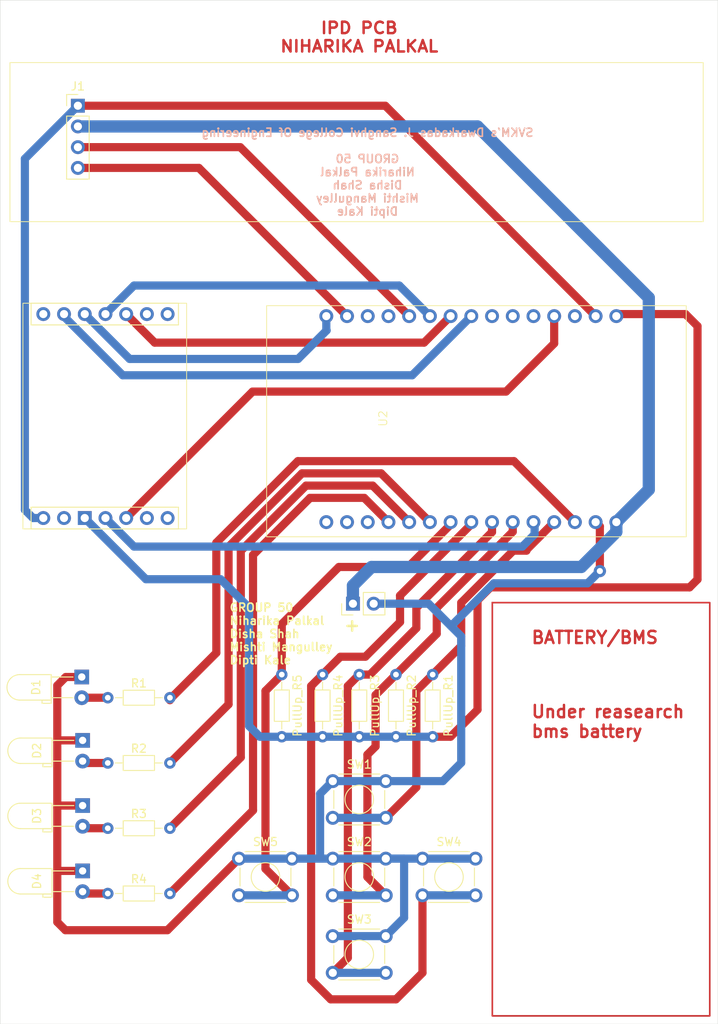
<source format=kicad_pcb>
(kicad_pcb (version 20241229) (generator "pcbnew") (generator_version "9.0")
  (title_block (title "IPD PCB") (date "2025-11-10"))
  (layers (0 "F.Cu" signal) (2 "B.Cu" signal) (13 "F.Paste" user) (15 "B.Paste" user) (5 "F.SilkS" user "F.Silkscreen") (7 "B.SilkS" user "B.Silkscreen") (1 "F.Mask" user) (3 "B.Mask" user) (25 "Edge.Cuts" user))
  (net 0 "")
  (net 3 "GND")
  (net 4 "SCL")
  (net 5 "SDA")
  (net 6 "5V")
  (net 8 "B1")
  (net 9 "B2")
  (net 12 "B3")
  (net 14 "B4")
  (net 15 "B5")
  (net 16 "MISO")
  (net 17 "NSS")
  (net 18 "RST")
  (net 19 "MOSI")
  (net 20 "3V3")
  (net 21 "DIO0")
  (net 22 "SCK")
  (net 23 "Net-(D1-A)")
  (net 27 "Net-(D2-A)")
  (net 32 "Net-(D3-A)")
  (net 33 "Net-(D4-A)")
  (net 36 "GND2")
  (net 37 "D34")
  (net 38 "D35")
  (net 39 "D32")
  (net 40 "D13")
  (footprint "LED_THT:LED_D3.0mm_Horizontal_O3.81mm_Z2.0mm" (layer "F.Cu") (at 106.105 134.22 -90)
    (property "Reference" "D3" (at 1.27 5.605 90) (layer "F.SilkS"))
    (property "Value" "LED")
    (fp_line (start 2.83 4.87) (end 2.83 3.75) (stroke (width 0.12)) (layer "F.SilkS"))
    (fp_line (start 3.23 4.87) (end 2.83 4.87) (stroke (width 0.12)) (layer "F.SilkS"))
    (fp_line (start -0.29 3.75) (end -0.29 7.61) (stroke (width 0.12)) (layer "F.SilkS"))
    (fp_line (start -0.29 3.75) (end 2.83 3.75) (stroke (width 0.12)) (layer "F.SilkS"))
    (fp_line (start 0 3.75) (end 0 1.08) (stroke (width 0.12)) (layer "F.SilkS"))
    (fp_line (start 2.54 3.75) (end 2.54 1.08) (stroke (width 0.12)) (layer "F.SilkS"))
    (fp_line (start 2.83 3.75) (end 2.83 7.61) (stroke (width 0.12)) (layer "F.SilkS"))
    (fp_line (start 2.83 3.75) (end 3.23 3.75) (stroke (width 0.12)) (layer "F.SilkS"))
    (fp_line (start 3.23 3.75) (end 3.23 4.87) (stroke (width 0.12)) (layer "F.SilkS"))
    (fp_line (start 0 1.08) (end 0 3.75) (stroke (width 0.12)) (layer "F.SilkS"))
    (fp_line (start 2.54 1.08) (end 2.54 3.75) (stroke (width 0.12)) (layer "F.SilkS"))
    (fp_arc (start 2.83 7.61) (mid 1.27 9.17) (end -0.29 7.61) (stroke (width 0.12)) (layer "F.SilkS"))
    (pad "1" thru_hole rect (at 0 0 270) (size 1.8 1.8) (drill 0.9) (layers "*.Cu" "*.Mask") (net 3 "GND"))
    (pad "2" thru_hole circle (at 2.54 0 270) (size 1.8 1.8) (drill 0.9) (layers "*.Cu" "*.Mask") (net 32 "Net-(D3-A)"))
  )
  (footprint "Button_Switch_THT:SW_TH_Tactile_Omron_B3F-100x" (layer "F.Cu") (at 136.7755 150.2245)
    (property "Reference" "SW3" (at 3.25 -2.05 0) (layer "F.SilkS"))
    (property "Value" "SW_SPST" (hide yes))
    (fp_line (start 0.13 3.35) (end 0.13 1.15) (stroke (width 0.12)) (layer "F.SilkS"))
    (fp_line (start 0.75 -0.87) (end 5.75 -0.87) (stroke (width 0.12)) (layer "F.SilkS"))
    (fp_line (start 0.75 5.37) (end 5.75 5.37) (stroke (width 0.12)) (layer "F.SilkS"))
    (fp_line (start 6.37 1.15) (end 6.37 3.35) (stroke (width 0.12)) (layer "F.SilkS"))
    (fp_circle (center 3.25 2.25) (end 5 2.25) (stroke (width 0.12)) (fill no) (layer "F.SilkS"))
    (pad "1" thru_hole circle (at 0 0) (size 1.7 1.7) (drill 1) (layers "*.Cu" "*.Mask") (net 3 "GND"))
    (pad "1" thru_hole circle (at 6.5 0) (size 1.7 1.7) (drill 1) (layers "*.Cu" "*.Mask") (net 3 "GND"))
    (pad "2" thru_hole circle (at 0 4.5) (size 1.7 1.7) (drill 1) (layers "*.Cu" "*.Mask") (net 12 "B3"))
    (pad "2" thru_hole circle (at 6.5 4.5) (size 1.7 1.7) (drill 1) (layers "*.Cu" "*.Mask") (net 12 "B3"))
  )
  (footprint "Resistor_THT:R_Axial_DIN0204_L3.6mm_D1.6mm_P7.62mm_Horizontal" (layer "F.Cu") (at 140.0255 118.1645 -90)
    (property "Reference" "PullUp_R3" (at 3.81 -1.92 90) (layer "F.SilkS"))
    (property "Value" "100K" (hide yes))
    (fp_line (start 0.94 0) (end 1.89 0) (stroke (width 0.12)) (layer "F.SilkS"))
    (fp_line (start 6.68 0) (end 5.73 0) (stroke (width 0.12)) (layer "F.SilkS"))
    (fp_rect (start 1.89 -0.92) (end 5.73 0.92) (stroke (width 0.12)) (fill no) (layer "F.SilkS"))
    (pad "1" thru_hole circle (at 0 0 270) (size 1.4 1.4) (drill 0.7) (layers "*.Cu" "*.Mask") (net 12 "B3"))
    (pad "2" thru_hole circle (at 7.62 0 270) (size 1.4 1.4) (drill 0.7) (layers "*.Cu" "*.Mask") (net 20 "3V3"))
  )
  (footprint "Resistor_THT:R_Axial_DIN0204_L3.6mm_D1.6mm_P7.62mm_Horizontal" (layer "F.Cu") (at 135.5255 118.1645 -90)
    (property "Reference" "PullUp_R4" (at 3.81 -1.92 90) (layer "F.SilkS"))
    (property "Value" "100K" (hide yes))
    (fp_line (start 0.94 0) (end 1.89 0) (stroke (width 0.12)) (layer "F.SilkS"))
    (fp_line (start 6.68 0) (end 5.73 0) (stroke (width 0.12)) (layer "F.SilkS"))
    (fp_rect (start 1.89 -0.92) (end 5.73 0.92) (stroke (width 0.12)) (fill no) (layer "F.SilkS"))
    (pad "1" thru_hole circle (at 0 0 270) (size 1.4 1.4) (drill 0.7) (layers "*.Cu" "*.Mask") (net 14 "B4"))
    (pad "2" thru_hole circle (at 7.62 0 270) (size 1.4 1.4) (drill 0.7) (layers "*.Cu" "*.Mask") (net 20 "3V3"))
  )
  (footprint "Resistor_THT:R_Axial_DIN0204_L3.6mm_D1.6mm_P7.62mm_Horizontal" (layer "F.Cu") (at 109.19 137)
    (property "Reference" "R3" (at 3.81 -1.77 0) (layer "F.SilkS"))
    (property "Value" "220")
    (fp_line (start 0.94 0) (end 1.89 0) (stroke (width 0.12)) (layer "F.SilkS"))
    (fp_line (start 6.68 0) (end 5.73 0) (stroke (width 0.12)) (layer "F.SilkS"))
    (fp_rect (start 1.89 -0.92) (end 5.73 0.92) (stroke (width 0.12)) (fill no) (layer "F.SilkS"))
    (pad "1" thru_hole circle (at 0 0) (size 1.4 1.4) (drill 0.7) (layers "*.Cu" "*.Mask") (net 32 "Net-(D3-A)"))
    (pad "2" thru_hole circle (at 7.62 0) (size 1.4 1.4) (drill 0.7) (layers "*.Cu" "*.Mask") (net 38 "D35"))
  )
  (footprint "Button_Switch_THT:SW_TH_Tactile_Omron_B3F-100x" (layer "F.Cu") (at 136.7755 140.7245)
    (property "Reference" "SW2" (at 3.25 -2.05 0) (layer "F.SilkS"))
    (property "Value" "SW_SPST" (hide yes))
    (fp_line (start 0.13 3.35) (end 0.13 1.15) (stroke (width 0.12)) (layer "F.SilkS"))
    (fp_line (start 0.75 -0.87) (end 5.75 -0.87) (stroke (width 0.12)) (layer "F.SilkS"))
    (fp_line (start 0.75 5.37) (end 5.75 5.37) (stroke (width 0.12)) (layer "F.SilkS"))
    (fp_line (start 6.37 1.15) (end 6.37 3.35) (stroke (width 0.12)) (layer "F.SilkS"))
    (fp_circle (center 3.25 2.25) (end 5 2.25) (stroke (width 0.12)) (fill no) (layer "F.SilkS"))
    (pad "1" thru_hole circle (at 0 0) (size 1.7 1.7) (drill 1) (layers "*.Cu" "*.Mask") (net 3 "GND"))
    (pad "1" thru_hole circle (at 6.5 0) (size 1.7 1.7) (drill 1) (layers "*.Cu" "*.Mask") (net 3 "GND"))
    (pad "2" thru_hole circle (at 0 4.5) (size 1.7 1.7) (drill 1) (layers "*.Cu" "*.Mask") (net 9 "B2"))
    (pad "2" thru_hole circle (at 6.5 4.5) (size 1.7 1.7) (drill 1) (layers "*.Cu" "*.Mask") (net 9 "B2"))
  )
  (footprint "esp32devkitv1:ESP32DEVIKITV1" (layer "F.Cu") (at 135.9855 99.4745)
    (property "Reference" "U2" (at 6.96 -12.7 90) (layer "F.SilkS") (effects (font (thickness 0.1))))
    (property "Value" "~")
    (fp_rect (start -7.32 -26.53) (end 44.13 1.8) (stroke (width 0.1)) (fill no) (layer "F.SilkS"))
    (pad "1" thru_hole circle (at 0 0) (size 1.7 1.7) (drill 1) (layers "*.Cu" "*.Mask"))
    (pad "2" thru_hole circle (at 2.54 0) (size 1.7 1.7) (drill 1) (layers "*.Cu" "*.Mask"))
    (pad "3" thru_hole circle (at 5.08 0) (size 1.7 1.7) (drill 1) (layers "*.Cu" "*.Mask"))
    (pad "4" thru_hole circle (at 7.62 0) (size 1.7 1.7) (drill 1) (layers "*.Cu" "*.Mask") (net 37 "D34"))
    (pad "5" thru_hole circle (at 10.16 0) (size 1.7 1.7) (drill 1) (layers "*.Cu" "*.Mask") (net 38 "D35"))
    (pad "6" thru_hole circle (at 12.7 0) (size 1.7 1.7) (drill 1) (layers "*.Cu" "*.Mask") (net 39 "D32"))
    (pad "7" thru_hole circle (at 15.24 0) (size 1.7 1.7) (drill 1) (layers "*.Cu" "*.Mask") (net 15 "B5"))
    (pad "8" thru_hole circle (at 17.78 0) (size 1.7 1.7) (drill 1) (layers "*.Cu" "*.Mask") (net 14 "B4"))
    (pad "9" thru_hole circle (at 20.32 0) (size 1.7 1.7) (drill 1) (layers "*.Cu" "*.Mask") (net 12 "B3"))
    (pad "10" thru_hole circle (at 22.86 0) (size 1.7 1.7) (drill 1) (layers "*.Cu" "*.Mask") (net 9 "B2"))
    (pad "11" thru_hole circle (at 25.4 0) (size 1.7 1.7) (drill 1) (layers "*.Cu" "*.Mask") (net 18 "RST"))
    (pad "12" thru_hole circle (at 27.94 0) (size 1.7 1.7) (drill 1) (layers "*.Cu" "*.Mask") (net 8 "B1"))
    (pad "13" thru_hole circle (at 30.48 0) (size 1.7 1.7) (drill 1) (layers "*.Cu" "*.Mask") (net 40 "D13"))
    (pad "14" thru_hole circle (at 33.02 0) (size 1.7 1.7) (drill 1) (layers "*.Cu" "*.Mask") (net 3 "GND"))
    (pad "15" thru_hole circle (at 35.56 0) (size 1.7 1.7) (drill 1) (layers "*.Cu" "*.Mask") (net 6 "5V"))
    (pad "16" thru_hole circle (at 35.56 -25.25) (size 1.7 1.7) (drill 1) (layers "*.Cu" "*.Mask") (net 20 "3V3"))
    (pad "17" thru_hole circle (at 33.02 -25.25) (size 1.7 1.7) (drill 1) (layers "*.Cu" "*.Mask") (net 36 "GND2"))
    (pad "18" thru_hole circle (at 30.48 -25.25) (size 1.7 1.7) (drill 1) (layers "*.Cu" "*.Mask"))
    (pad "19" thru_hole circle (at 27.94 -25.25) (size 1.7 1.7) (drill 1) (layers "*.Cu" "*.Mask") (net 21 "DIO0"))
    (pad "20" thru_hole circle (at 25.4 -25.25) (size 1.7 1.7) (drill 1) (layers "*.Cu" "*.Mask"))
    (pad "21" thru_hole circle (at 22.86 -25.25) (size 1.7 1.7) (drill 1) (layers "*.Cu" "*.Mask"))
    (pad "22" thru_hole circle (at 20.32 -25.25) (size 1.7 1.7) (drill 1) (layers "*.Cu" "*.Mask"))
    (pad "23" thru_hole circle (at 17.78 -25.25) (size 1.7 1.7) (drill 1) (layers "*.Cu" "*.Mask") (net 17 "NSS"))
    (pad "24" thru_hole circle (at 15.24 -25.25) (size 1.7 1.7) (drill 1) (layers "*.Cu" "*.Mask") (net 22 "SCK"))
    (pad "25" thru_hole circle (at 12.7 -25.25) (size 1.7 1.7) (drill 1) (layers "*.Cu" "*.Mask") (net 16 "MISO"))
    (pad "26" thru_hole circle (at 10.16 -25.25) (size 1.7 1.7) (drill 1) (layers "*.Cu" "*.Mask") (net 5 "SDA"))
    (pad "27" thru_hole circle (at 7.62 -25.25) (size 1.7 1.7) (drill 1) (layers "*.Cu" "*.Mask"))
    (pad "28" thru_hole circle (at 5.08 -25.25) (size 1.7 1.7) (drill 1) (layers "*.Cu" "*.Mask"))
    (pad "29" thru_hole circle (at 2.54 -25.25) (size 1.7 1.7) (drill 1) (layers "*.Cu" "*.Mask") (net 4 "SCL"))
    (pad "30" thru_hole circle (at 0 -25.25) (size 1.7 1.7) (drill 1) (layers "*.Cu" "*.Mask") (net 19 "MOSI"))
  )
  (footprint "Resistor_THT:R_Axial_DIN0204_L3.6mm_D1.6mm_P7.62mm_Horizontal" (layer "F.Cu") (at 109.19 121)
    (property "Reference" "R1" (at 3.81 -1.77 0) (layer "F.SilkS"))
    (property "Value" "220")
    (fp_line (start 0.94 0) (end 1.89 0) (stroke (width 0.12)) (layer "F.SilkS"))
    (fp_line (start 6.68 0) (end 5.73 0) (stroke (width 0.12)) (layer "F.SilkS"))
    (fp_rect (start 1.89 -0.92) (end 5.73 0.92) (stroke (width 0.12)) (fill no) (layer "F.SilkS"))
    (pad "1" thru_hole circle (at 0 0) (size 1.4 1.4) (drill 0.7) (layers "*.Cu" "*.Mask") (net 23 "Net-(D1-A)"))
    (pad "2" thru_hole circle (at 7.62 0) (size 1.4 1.4) (drill 0.7) (layers "*.Cu" "*.Mask") (net 40 "D13"))
  )
  (footprint "LED_THT:LED_D3.0mm_Horizontal_O3.81mm_Z2.0mm" (layer "F.Cu") (at 106.105 142.23 -90)
    (property "Reference" "D4" (at 1.27 5.605 90) (layer "F.SilkS"))
    (property "Value" "LED")
    (fp_line (start 2.83 4.87) (end 2.83 3.75) (stroke (width 0.12)) (layer "F.SilkS"))
    (fp_line (start 3.23 4.87) (end 2.83 4.87) (stroke (width 0.12)) (layer "F.SilkS"))
    (fp_line (start -0.29 3.75) (end -0.29 7.61) (stroke (width 0.12)) (layer "F.SilkS"))
    (fp_line (start -0.29 3.75) (end 2.83 3.75) (stroke (width 0.12)) (layer "F.SilkS"))
    (fp_line (start 0 3.75) (end 0 1.08) (stroke (width 0.12)) (layer "F.SilkS"))
    (fp_line (start 2.54 3.75) (end 2.54 1.08) (stroke (width 0.12)) (layer "F.SilkS"))
    (fp_line (start 2.83 3.75) (end 2.83 7.61) (stroke (width 0.12)) (layer "F.SilkS"))
    (fp_line (start 2.83 3.75) (end 3.23 3.75) (stroke (width 0.12)) (layer "F.SilkS"))
    (fp_line (start 3.23 3.75) (end 3.23 4.87) (stroke (width 0.12)) (layer "F.SilkS"))
    (fp_line (start 0 1.08) (end 0 3.75) (stroke (width 0.12)) (layer "F.SilkS"))
    (fp_line (start 2.54 1.08) (end 2.54 3.75) (stroke (width 0.12)) (layer "F.SilkS"))
    (fp_arc (start 2.83 7.61) (mid 1.27 9.17) (end -0.29 7.61) (stroke (width 0.12)) (layer "F.SilkS"))
    (pad "1" thru_hole rect (at 0 0 270) (size 1.8 1.8) (drill 0.9) (layers "*.Cu" "*.Mask") (net 3 "GND"))
    (pad "2" thru_hole circle (at 2.54 0 270) (size 1.8 1.8) (drill 0.9) (layers "*.Cu" "*.Mask") (net 33 "Net-(D4-A)"))
  )
  (footprint "LED_THT:LED_D3.0mm_Horizontal_O3.81mm_Z2.0mm" (layer "F.Cu") (at 106.105 126.23 -90)
    (property "Reference" "D2" (at 1.27 5.605 90) (layer "F.SilkS"))
    (property "Value" "LED")
    (fp_line (start 2.83 4.87) (end 2.83 3.75) (stroke (width 0.12)) (layer "F.SilkS"))
    (fp_line (start 3.23 4.87) (end 2.83 4.87) (stroke (width 0.12)) (layer "F.SilkS"))
    (fp_line (start -0.29 3.75) (end -0.29 7.61) (stroke (width 0.12)) (layer "F.SilkS"))
    (fp_line (start -0.29 3.75) (end 2.83 3.75) (stroke (width 0.12)) (layer "F.SilkS"))
    (fp_line (start 0 3.75) (end 0 1.08) (stroke (width 0.12)) (layer "F.SilkS"))
    (fp_line (start 2.54 3.75) (end 2.54 1.08) (stroke (width 0.12)) (layer "F.SilkS"))
    (fp_line (start 2.83 3.75) (end 2.83 7.61) (stroke (width 0.12)) (layer "F.SilkS"))
    (fp_line (start 2.83 3.75) (end 3.23 3.75) (stroke (width 0.12)) (layer "F.SilkS"))
    (fp_line (start 3.23 3.75) (end 3.23 4.87) (stroke (width 0.12)) (layer "F.SilkS"))
    (fp_line (start 0 1.08) (end 0 3.75) (stroke (width 0.12)) (layer "F.SilkS"))
    (fp_line (start 2.54 1.08) (end 2.54 3.75) (stroke (width 0.12)) (layer "F.SilkS"))
    (fp_arc (start 2.83 7.61) (mid 1.27 9.17) (end -0.29 7.61) (stroke (width 0.12)) (layer "F.SilkS"))
    (pad "1" thru_hole rect (at 0 0 270) (size 1.8 1.8) (drill 0.9) (layers "*.Cu" "*.Mask") (net 3 "GND"))
    (pad "2" thru_hole circle (at 2.54 0 270) (size 1.8 1.8) (drill 0.9) (layers "*.Cu" "*.Mask") (net 27 "Net-(D2-A)"))
  )
  (footprint "Resistor_THT:R_Axial_DIN0204_L3.6mm_D1.6mm_P7.62mm_Horizontal" (layer "F.Cu") (at 144.5255 118.1645 -90)
    (property "Reference" "PullUp_R2" (at 3.81 -1.92 90) (layer "F.SilkS"))
    (property "Value" "100K" (hide yes))
    (fp_line (start 0.94 0) (end 1.89 0) (stroke (width 0.12)) (layer "F.SilkS"))
    (fp_line (start 6.68 0) (end 5.73 0) (stroke (width 0.12)) (layer "F.SilkS"))
    (fp_rect (start 1.89 -0.92) (end 5.73 0.92) (stroke (width 0.12)) (fill no) (layer "F.SilkS"))
    (pad "1" thru_hole circle (at 0 0 270) (size 1.4 1.4) (drill 0.7) (layers "*.Cu" "*.Mask") (net 9 "B2"))
    (pad "2" thru_hole circle (at 7.62 0 270) (size 1.4 1.4) (drill 0.7) (layers "*.Cu" "*.Mask") (net 20 "3V3"))
  )
  (footprint "Resistor_THT:R_Axial_DIN0204_L3.6mm_D1.6mm_P7.62mm_Horizontal" (layer "F.Cu") (at 109.19 129)
    (property "Reference" "R2" (at 3.81 -1.77 0) (layer "F.SilkS"))
    (property "Value" "220")
    (fp_line (start 0.94 0) (end 1.89 0) (stroke (width 0.12)) (layer "F.SilkS"))
    (fp_line (start 6.68 0) (end 5.73 0) (stroke (width 0.12)) (layer "F.SilkS"))
    (fp_rect (start 1.89 -0.92) (end 5.73 0.92) (stroke (width 0.12)) (fill no) (layer "F.SilkS"))
    (pad "1" thru_hole circle (at 0 0) (size 1.4 1.4) (drill 0.7) (layers "*.Cu" "*.Mask") (net 27 "Net-(D2-A)"))
    (pad "2" thru_hole circle (at 7.62 0) (size 1.4 1.4) (drill 0.7) (layers "*.Cu" "*.Mask") (net 39 "D32"))
  )
  (footprint "Connector_PinHeader_2.54mm:PinHeader_1x04_P2.54mm_Vertical" (layer "F.Cu") (at 105.5255 48.4345)
    (property "Reference" "J1" (at 0 -2.38 0) (layer "F.SilkS"))
    (property "Value" "I2C MODULE")
    (fp_line (start -1.38 -1.38) (end 0 -1.38) (stroke (width 0.12)) (layer "F.SilkS"))
    (fp_line (start -1.38 0) (end -1.38 -1.38) (stroke (width 0.12)) (layer "F.SilkS"))
    (fp_line (start -1.38 1.27) (end -1.38 9) (stroke (width 0.12)) (layer "F.SilkS"))
    (fp_line (start -1.38 1.27) (end 1.38 1.27) (stroke (width 0.12)) (layer "F.SilkS"))
    (fp_line (start -1.38 9) (end 1.38 9) (stroke (width 0.12)) (layer "F.SilkS"))
    (fp_line (start 1.38 1.27) (end 1.38 9) (stroke (width 0.12)) (layer "F.SilkS"))
    (pad "1" thru_hole rect (at 0 0) (size 1.7 1.7) (drill 1) (layers "*.Cu" "*.Mask") (net 36 "GND2"))
    (pad "2" thru_hole circle (at 0 2.54) (size 1.7 1.7) (drill 1) (layers "*.Cu" "*.Mask") (net 6 "5V"))
    (pad "3" thru_hole circle (at 0 5.08) (size 1.7 1.7) (drill 1) (layers "*.Cu" "*.Mask") (net 5 "SDA"))
    (pad "4" thru_hole circle (at 0 7.62) (size 1.7 1.7) (drill 1) (layers "*.Cu" "*.Mask") (net 4 "SCL"))
  )
  (footprint "Resistor_THT:R_Axial_DIN0204_L3.6mm_D1.6mm_P7.62mm_Horizontal" (layer "F.Cu") (at 109.19 145)
    (property "Reference" "R4" (at 3.81 -1.77 0) (layer "F.SilkS"))
    (property "Value" "220")
    (fp_line (start 0.94 0) (end 1.89 0) (stroke (width 0.12)) (layer "F.SilkS"))
    (fp_line (start 6.68 0) (end 5.73 0) (stroke (width 0.12)) (layer "F.SilkS"))
    (fp_rect (start 1.89 -0.92) (end 5.73 0.92) (stroke (width 0.12)) (fill no) (layer "F.SilkS"))
    (pad "1" thru_hole circle (at 0 0) (size 1.4 1.4) (drill 0.7) (layers "*.Cu" "*.Mask") (net 33 "Net-(D4-A)"))
    (pad "2" thru_hole circle (at 7.62 0) (size 1.4 1.4) (drill 0.7) (layers "*.Cu" "*.Mask") (net 37 "D34"))
  )
  (footprint "Resistor_THT:R_Axial_DIN0204_L3.6mm_D1.6mm_P7.62mm_Horizontal" (layer "F.Cu") (at 149.0255 118.1645 -90)
    (property "Reference" "PullUp_R1" (at 3.81 -1.92 90) (layer "F.SilkS"))
    (property "Value" "100K" (hide yes))
    (fp_line (start 0.94 0) (end 1.89 0) (stroke (width 0.12)) (layer "F.SilkS"))
    (fp_line (start 6.68 0) (end 5.73 0) (stroke (width 0.12)) (layer "F.SilkS"))
    (fp_rect (start 1.89 -0.92) (end 5.73 0.92) (stroke (width 0.12)) (fill no) (layer "F.SilkS"))
    (pad "1" thru_hole circle (at 0 0 270) (size 1.4 1.4) (drill 0.7) (layers "*.Cu" "*.Mask") (net 8 "B1"))
    (pad "2" thru_hole circle (at 7.62 0 270) (size 1.4 1.4) (drill 0.7) (layers "*.Cu" "*.Mask") (net 20 "3V3"))
  )
  (footprint "Button_Switch_THT:SW_TH_Tactile_Omron_B3F-100x" (layer "F.Cu") (at 125.2755 140.7245)
    (property "Reference" "SW5" (at 3.25 -2.05 0) (layer "F.SilkS"))
    (property "Value" "SW_SPST" (hide yes))
    (fp_line (start 0.13 3.35) (end 0.13 1.15) (stroke (width 0.12)) (layer "F.SilkS"))
    (fp_line (start 0.75 -0.87) (end 5.75 -0.87) (stroke (width 0.12)) (layer "F.SilkS"))
    (fp_line (start 0.75 5.37) (end 5.75 5.37) (stroke (width 0.12)) (layer "F.SilkS"))
    (fp_line (start 6.37 1.15) (end 6.37 3.35) (stroke (width 0.12)) (layer "F.SilkS"))
    (fp_circle (center 3.25 2.25) (end 5 2.25) (stroke (width 0.12)) (fill no) (layer "F.SilkS"))
    (pad "1" thru_hole circle (at 0 0) (size 1.7 1.7) (drill 1) (layers "*.Cu" "*.Mask") (net 3 "GND"))
    (pad "1" thru_hole circle (at 6.5 0) (size 1.7 1.7) (drill 1) (layers "*.Cu" "*.Mask") (net 3 "GND"))
    (pad "2" thru_hole circle (at 0 4.5) (size 1.7 1.7) (drill 1) (layers "*.Cu" "*.Mask") (net 15 "B5"))
    (pad "2" thru_hole circle (at 6.5 4.5) (size 1.7 1.7) (drill 1) (layers "*.Cu" "*.Mask") (net 15 "B5"))
  )
  (footprint "Resistor_THT:R_Axial_DIN0204_L3.6mm_D1.6mm_P7.62mm_Horizontal" (layer "F.Cu") (at 130.5255 118.1645 -90)
    (property "Reference" "PullUp_R5" (at 3.81 -1.92 90) (layer "F.SilkS"))
    (property "Value" "100K" (hide yes))
    (fp_line (start 0.94 0) (end 1.89 0) (stroke (width 0.12)) (layer "F.SilkS"))
    (fp_line (start 6.68 0) (end 5.73 0) (stroke (width 0.12)) (layer "F.SilkS"))
    (fp_rect (start 1.89 -0.92) (end 5.73 0.92) (stroke (width 0.12)) (fill no) (layer "F.SilkS"))
    (pad "1" thru_hole circle (at 0 0 270) (size 1.4 1.4) (drill 0.7) (layers "*.Cu" "*.Mask") (net 15 "B5"))
    (pad "2" thru_hole circle (at 7.62 0 270) (size 1.4 1.4) (drill 0.7) (layers "*.Cu" "*.Mask") (net 20 "3V3"))
  )
  (footprint "Button_Switch_THT:SW_TH_Tactile_Omron_B3F-100x" (layer "F.Cu") (at 136.7755 131.2245)
    (property "Reference" "SW1" (at 3.25 -2.05 0) (layer "F.SilkS"))
    (property "Value" "SW_SPST" (hide yes))
    (fp_line (start 0.13 3.35) (end 0.13 1.15) (stroke (width 0.12)) (layer "F.SilkS"))
    (fp_line (start 0.75 -0.87) (end 5.75 -0.87) (stroke (width 0.12)) (layer "F.SilkS"))
    (fp_line (start 0.75 5.37) (end 5.75 5.37) (stroke (width 0.12)) (layer "F.SilkS"))
    (fp_line (start 6.37 1.15) (end 6.37 3.35) (stroke (width 0.12)) (layer "F.SilkS"))
    (fp_circle (center 3.25 2.25) (end 5 2.25) (stroke (width 0.12)) (fill no) (layer "F.SilkS"))
    (pad "1" thru_hole circle (at 0 0) (size 1.7 1.7) (drill 1) (layers "*.Cu" "*.Mask") (net 3 "GND"))
    (pad "1" thru_hole circle (at 6.5 0) (size 1.7 1.7) (drill 1) (layers "*.Cu" "*.Mask") (net 3 "GND"))
    (pad "2" thru_hole circle (at 0 4.5) (size 1.7 1.7) (drill 1) (layers "*.Cu" "*.Mask") (net 8 "B1"))
    (pad "2" thru_hole circle (at 6.5 4.5) (size 1.7 1.7) (drill 1) (layers "*.Cu" "*.Mask") (net 8 "B1"))
  )
  (footprint "LoRa_SX1278_:LoRa_SX1278" (layer "F.Cu") (at 109.3555 86.4745 90)
    (property "Reference" "U1" (hide yes))
    (property "Value" "LoRa SX1278")
    (fp_line (start 13.83 -9.57) (end 13.83 8.5) (stroke (width 0.12)) (layer "F.SilkS"))
    (fp_line (start 11.17 -9.57) (end 13.83 -9.57) (stroke (width 0.12)) (layer "F.SilkS"))
    (fp_line (start 11.17 -9.57) (end 11.17 8.5) (stroke (width 0.12)) (layer "F.SilkS"))
    (fp_line (start -11.17 -9.57) (end -11.17 8.5) (stroke (width 0.12)) (layer "F.SilkS"))
    (fp_line (start -13.83 -9.57) (end -11.17 -9.57) (stroke (width 0.12)) (layer "F.SilkS"))
    (fp_line (start -13.83 -9.57) (end -13.83 8.5) (stroke (width 0.12)) (layer "F.SilkS"))
    (fp_line (start 11.17 8.5) (end 13.83 8.5) (stroke (width 0.12)) (layer "F.SilkS"))
    (fp_line (start -13.83 8.5) (end -11.17 8.5) (stroke (width 0.12)) (layer "F.SilkS"))
    (fp_rect (start -13.83 -10.57) (end 13.83 9.5) (stroke (width 0.1)) (fill no) (layer "F.SilkS"))
    (pad "1" thru_hole circle (at -12.5 -8.07 90) (size 1.7 1.7) (drill 1) (layers "*.Cu" "*.Mask") (net 36 "GND2"))
    (pad "2" thru_hole circle (at -12.5 -5.53 90) (size 1.7 1.7) (drill 1) (layers "*.Cu" "*.Mask"))
    (pad "3" thru_hole rect (at -12.5 -2.99 90) (size 1.7 1.7) (drill 1) (layers "*.Cu" "*.Mask") (net 20 "3V3"))
    (pad "4" thru_hole circle (at -12.5 -0.45 90) (size 1.7 1.7) (drill 1) (layers "*.Cu" "*.Mask") (net 18 "RST"))
    (pad "5" thru_hole circle (at -12.5 2.09 90) (size 1.7 1.7) (drill 1) (layers "*.Cu" "*.Mask") (net 21 "DIO0"))
    (pad "6" thru_hole circle (at -12.5 4.63 90) (size 1.7 1.7) (drill 1) (layers "*.Cu" "*.Mask"))
    (pad "7" thru_hole circle (at -12.5 7.17 90) (size 1.7 1.7) (drill 1) (layers "*.Cu" "*.Mask"))
    (pad "8" thru_hole circle (at 12.5 -8.07 90) (size 1.7 1.7) (drill 1) (layers "*.Cu" "*.Mask"))
    (pad "9" thru_hole circle (at 12.5 -5.53 90) (size 1.7 1.7) (drill 1) (layers "*.Cu" "*.Mask") (net 17 "NSS"))
    (pad "10" thru_hole circle (at 12.5 -2.99 90) (size 1.7 1.7) (drill 1) (layers "*.Cu" "*.Mask") (net 19 "MOSI"))
    (pad "11" thru_hole circle (at 12.5 -0.45 90) (size 1.7 1.7) (drill 1) (layers "*.Cu" "*.Mask") (net 16 "MISO"))
    (pad "12" thru_hole circle (at 12.5 2.09 90) (size 1.7 1.7) (drill 1) (layers "*.Cu" "*.Mask" "Dwgs.User") (net 22 "SCK"))
    (pad "13" thru_hole circle (at 12.5 4.63 90) (size 1.7 1.7) (drill 1) (layers "*.Cu" "*.Mask"))
    (pad "14" thru_hole circle (at 12.5 7.17 90) (size 1.7 1.7) (drill 1) (layers "*.Cu" "*.Mask"))
  )
  (footprint "LED_THT:LED_D3.0mm_Horizontal_O3.81mm_Z2.0mm" (layer "F.Cu") (at 106 118.46 -90)
    (property "Reference" "D1" (at 1.27 5.605 90) (layer "F.SilkS"))
    (property "Value" "LED")
    (fp_line (start 2.83 4.87) (end 2.83 3.75) (stroke (width 0.12)) (layer "F.SilkS"))
    (fp_line (start 3.23 4.87) (end 2.83 4.87) (stroke (width 0.12)) (layer "F.SilkS"))
    (fp_line (start -0.29 3.75) (end -0.29 7.61) (stroke (width 0.12)) (layer "F.SilkS"))
    (fp_line (start -0.29 3.75) (end 2.83 3.75) (stroke (width 0.12)) (layer "F.SilkS"))
    (fp_line (start 0 3.75) (end 0 1.08) (stroke (width 0.12)) (layer "F.SilkS"))
    (fp_line (start 2.54 3.75) (end 2.54 1.08) (stroke (width 0.12)) (layer "F.SilkS"))
    (fp_line (start 2.83 3.75) (end 2.83 7.61) (stroke (width 0.12)) (layer "F.SilkS"))
    (fp_line (start 2.83 3.75) (end 3.23 3.75) (stroke (width 0.12)) (layer "F.SilkS"))
    (fp_line (start 3.23 3.75) (end 3.23 4.87) (stroke (width 0.12)) (layer "F.SilkS"))
    (fp_line (start 0 1.08) (end 0 3.75) (stroke (width 0.12)) (layer "F.SilkS"))
    (fp_line (start 2.54 1.08) (end 2.54 3.75) (stroke (width 0.12)) (layer "F.SilkS"))
    (fp_arc (start 2.83 7.61) (mid 1.27 9.17) (end -0.29 7.61) (stroke (width 0.12)) (layer "F.SilkS"))
    (pad "1" thru_hole rect (at 0 0 270) (size 1.8 1.8) (drill 0.9) (layers "*.Cu" "*.Mask") (net 3 "GND"))
    (pad "2" thru_hole circle (at 2.54 0 270) (size 1.8 1.8) (drill 0.9) (layers "*.Cu" "*.Mask") (net 23 "Net-(D1-A)"))
  )
  (footprint "Connector_PinHeader_2.54mm:PinHeader_1x02_P2.54mm_Vertical" (layer "F.Cu") (at 139.2505 109.4745 90)
    (property "Reference" "BT1" (hide yes))
    (property "Value" "Battery" (hide yes))
    (fp_line (start -1.38 -1.38) (end 0 -1.38) (stroke (width 0.12)) (layer "F.SilkS"))
    (fp_line (start -1.38 0) (end -1.38 -1.38) (stroke (width 0.12)) (layer "F.SilkS"))
    (fp_line (start 1.38 1.27) (end 1.38 3.92) (stroke (width 0.12)) (layer "F.SilkS"))
    (fp_line (start -1.38 1.27) (end 1.38 1.27) (stroke (width 0.12)) (layer "F.SilkS"))
    (fp_line (start -1.38 1.27) (end -1.38 3.92) (stroke (width 0.12)) (layer "F.SilkS"))
    (fp_line (start -1.38 3.92) (end 1.38 3.92) (stroke (width 0.12)) (layer "F.SilkS"))
    (pad "1" thru_hole rect (at 0 0 90) (size 1.7 1.7) (drill 1) (layers "*.Cu" "*.Mask") (net 6 "5V"))
    (pad "2" thru_hole circle (at 0 2.54 90) (size 1.7 1.7) (drill 1) (layers "*.Cu" "*.Mask") (net 3 "GND"))
  )
  (footprint "Button_Switch_THT:SW_TH_Tactile_Omron_B3F-100x" (layer "F.Cu") (at 147.7755 140.7245)
    (property "Reference" "SW4" (at 3.25 -2.05 0) (layer "F.SilkS"))
    (property "Value" "SW_SPST" (hide yes))
    (fp_line (start 0.13 3.35) (end 0.13 1.15) (stroke (width 0.12)) (layer "F.SilkS"))
    (fp_line (start 0.75 -0.87) (end 5.75 -0.87) (stroke (width 0.12)) (layer "F.SilkS"))
    (fp_line (start 0.75 5.37) (end 5.75 5.37) (stroke (width 0.12)) (layer "F.SilkS"))
    (fp_line (start 6.37 1.15) (end 6.37 3.35) (stroke (width 0.12)) (layer "F.SilkS"))
    (fp_circle (center 3.25 2.25) (end 5 2.25) (stroke (width 0.12)) (fill no) (layer "F.SilkS"))
    (pad "1" thru_hole circle (at 0 0) (size 1.7 1.7) (drill 1) (layers "*.Cu" "*.Mask") (net 3 "GND"))
    (pad "1" thru_hole circle (at 6.5 0) (size 1.7 1.7) (drill 1) (layers "*.Cu" "*.Mask") (net 3 "GND"))
    (pad "2" thru_hole circle (at 0 4.5) (size 1.7 1.7) (drill 1) (layers "*.Cu" "*.Mask") (net 14 "B4"))
    (pad "2" thru_hole circle (at 6.5 4.5) (size 1.7 1.7) (drill 1) (layers "*.Cu" "*.Mask") (net 14 "B4"))
  )
  (gr_rect (start 156.341892 109.341892) (end 183 160) (stroke (width 0.2)) (fill no) (layer "F.Cu"))
  (gr_rect (start 97.1955 43.1445) (end 182.1955 62.6445) (stroke (width 0.1)) (fill no) (layer "F.SilkS"))
  (gr_rect (start 96 35.5) (end 184 161) (stroke (width 0.05)) (fill no) (layer "Edge.Cuts"))
  (gr_text "Under reasearch\nbms battery" (at 161 126 0) (layer "F.Cu") (effects (font (size 1.5 1.5) (thickness 0.3) (bold yes)) (justify left bottom)))
  (gr_text "BATTERY/BMS" (at 161 114.5 0) (layer "F.Cu") (effects (font (size 1.5 1.5) (thickness 0.3) (bold yes)) (justify left bottom)))
  (gr_text "IPD PCB\nNIHARIKA PALKAL\n" (at 140.0255 41.9745 0) (layer "F.Cu") (effects (font (size 1.4 1.5) (thickness 0.3) (bold yes)) (justify bottom)))
  (gr_text "GROUP 50\nNiharika Palkal\nDisha Shah\nMishti Mangulley\nDipti Kale" (at 124.0255 116.9745 0) (layer "F.SilkS") (effects (font (size 1 1) (thickness 0.2) (bold yes)) (justify left bottom)))
  (gr_text "+" (at 138.0255 112.9745 0) (layer "F.SilkS") (effects (font (size 1.5 1.5) (thickness 0.3) (bold yes)) (justify left bottom)))
  (gr_text "SVKM's Dwarkadas J. Sanghvi College Of Engineering\n\nGROUP 50\nNiharika Palkal\nDisha Shah\nMishti Mangulley\nDipti Kale" (at 141.0255 61.9745 0) (layer "B.SilkS") (effects (font (size 1 1) (thickness 0.2) (bold yes)) (justify bottom mirror)))
  (segment (start 103 134.5) (end 103 126.5) (width 1) (layer "F.Cu") (net 3))
  (segment (start 169.0055 99.4745) (end 169.5255 99.9945) (width 1) (layer "F.Cu") (net 3))
  (segment (start 103 119.5) (end 104.04 118.46) (width 1) (layer "F.Cu") (net 3))
  (segment (start 103 142.5) (end 103 134.5) (width 1) (layer "F.Cu") (net 3))
  (segment (start 106.105 126.23) (end 103.27 126.23) (width 1) (layer "F.Cu") (net 3))
  (segment (start 104 149.5) (end 103 148.5) (width 1) (layer "F.Cu") (net 3))
  (segment (start 125.2755 140.7245) (end 116.5 149.5) (width 1) (layer "F.Cu") (net 3))
  (segment (start 103 126.5) (end 103 119.5) (width 1) (layer "F.Cu") (net 3))
  (segment (start 116.5 149.5) (end 104 149.5) (width 1) (layer "F.Cu") (net 3))
  (segment (start 103.27 142.23) (end 103 142.5) (width 1) (layer "F.Cu") (net 3))
  (segment (start 169.5255 99.9945) (end 169.5255 105.4745) (width 1) (layer "F.Cu") (net 3))
  (segment (start 169.0055 99.4745) (end 169.0255 99.4745) (width 1) (layer "F.Cu") (net 3))
  (segment (start 106.105 134.22) (end 103.28 134.22) (width 1) (layer "F.Cu") (net 3))
  (segment (start 106.105 142.23) (end 103.27 142.23) (width 1) (layer "F.Cu") (net 3))
  (segment (start 103.28 134.22) (end 103 134.5) (width 1) (layer "F.Cu") (net 3))
  (segment (start 104.04 118.46) (end 106 118.46) (width 1) (layer "F.Cu") (net 3))
  (segment (start 103.27 126.23) (end 103 126.5) (width 1) (layer "F.Cu") (net 3))
  (segment (start 103 148.5) (end 103 142.5) (width 1) (layer "F.Cu") (net 3))
  (via (at 169.5255 105.4745) (size 1.5) (drill 0.75) (layers "F.Cu" "B.Cu") (net 3))
  (segment (start 135.2245 132.7755) (end 135.2245 140.4235) (width 1) (layer "B.Cu") (net 3))
  (segment (start 168.0255 106.9745) (end 169.5255 105.4745) (width 1) (layer "B.Cu") (net 3))
  (segment (start 145.5255 147.9745) (end 145.5255 140.7245) (width 1) (layer "B.Cu") (net 3))
  (segment (start 125.2755 140.7245) (end 135.5255 140.7245) (width 1) (layer "B.Cu") (net 3))
  (segment (start 136.7755 131.2245) (end 143.2755 131.2245) (width 1) (layer "B.Cu") (net 3))
  (segment (start 141.7905 109.4745) (end 148.5255 109.4745) (width 1) (layer "B.Cu") (net 3))
  (segment (start 135.2245 140.4235) (end 135.5255 140.7245) (width 1) (layer "B.Cu") (net 3))
  (segment (start 156.5255 106.9745) (end 168.0255 106.9745) (width 1) (layer "B.Cu") (net 3))
  (segment (start 143.2755 150.2245) (end 145.5255 147.9745) (width 1) (layer "B.Cu") (net 3))
  (segment (start 151.2755 112.2245) (end 156.5255 106.9745) (width 1) (layer "B.Cu") (net 3))
  (segment (start 136.7755 131.2245) (end 135.2245 132.7755) (width 1) (layer "B.Cu") (net 3))
  (segment (start 150.2755 131.2245) (end 143.2755 131.2245) (width 1) (layer "B.Cu") (net 3))
  (segment (start 148.5255 109.4745) (end 151.2755 112.2245) (width 1) (layer "B.Cu") (net 3))
  (segment (start 152.5255 113.4745) (end 152.5255 128.9745) (width 1) (layer "B.Cu") (net 3))
  (segment (start 143.2755 140.7245) (end 154.2755 140.7245) (width 1) (layer "B.Cu") (net 3))
  (segment (start 136.7755 140.7245) (end 145.5255 140.7245) (width 1) (layer "B.Cu") (net 3))
  (segment (start 136.7755 150.2245) (end 143.2755 150.2245) (width 1) (layer "B.Cu") (net 3))
  (segment (start 135.5255 140.7245) (end 136.7755 140.7245) (width 1) (layer "B.Cu") (net 3))
  (segment (start 152.5255 128.9745) (end 150.2755 131.2245) (width 1) (layer "B.Cu") (net 3))
  (segment (start 151.2755 112.2245) (end 152.5255 113.4745) (width 1) (layer "B.Cu") (net 3))
  (segment (start 105.5255 56.0545) (end 120.3555 56.0545) (width 1) (layer "F.Cu") (net 4))
  (segment (start 120.3555 56.0545) (end 138.5255 74.2245) (width 1) (layer "F.Cu") (net 4))
  (segment (start 125.4355 53.5145) (end 146.1455 74.2245) (width 1) (layer "F.Cu") (net 5))
  (segment (start 105.5255 53.5145) (end 125.4355 53.5145) (width 1) (layer "F.Cu") (net 5))
  (segment (start 175.5255 71.9745) (end 154.5255 50.9745) (width 1.5) (layer "B.Cu") (net 6))
  (segment (start 171.5455 100.676581) (end 167.247581 104.9745) (width 1.5) (layer "B.Cu") (net 6))
  (segment (start 167.247581 104.9745) (end 141.5255 104.9745) (width 1.5) (layer "B.Cu") (net 6))
  (segment (start 171.5455 99.4745) (end 175.5255 95.4945) (width 1.5) (layer "B.Cu") (net 6))
  (segment (start 154.5255 50.9745) (end 105.5255 50.9745) (width 1.5) (layer "B.Cu") (net 6))
  (segment (start 141.5255 104.9745) (end 139.2505 107.2495) (width 1.5) (layer "B.Cu") (net 6))
  (segment (start 175.5255 95.4945) (end 175.5255 71.9745) (width 1.5) (layer "B.Cu") (net 6))
  (segment (start 139.2505 107.2495) (end 139.2505 109.4745) (width 1.5) (layer "B.Cu") (net 6))
  (segment (start 171.5455 99.4745) (end 171.5455 100.676581) (width 1.5) (layer "B.Cu") (net 6))
  (segment (start 152.5255 109.360402) (end 158.911402 102.9745) (width 1) (layer "F.Cu") (net 8))
  (segment (start 158.911402 102.9745) (end 160.5255 102.9745) (width 1) (layer "F.Cu") (net 8))
  (segment (start 152.5255 114.6645) (end 152.5255 109.360402) (width 1) (layer "F.Cu") (net 8))
  (segment (start 160.5255 102.8745) (end 163.9255 99.4745) (width 1) (layer "F.Cu") (net 8))
  (segment (start 149.0255 118.1645) (end 152.5255 114.6645) (width 1) (layer "F.Cu") (net 8))
  (segment (start 149.0255 118.1645) (end 147.0255 120.1645) (width 1) (layer "F.Cu") (net 8))
  (segment (start 147.0255 120.1645) (end 147.0255 131.9745) (width 1) (layer "F.Cu") (net 8))
  (segment (start 147.0255 131.9745) (end 143.2755 135.7245) (width 1) (layer "F.Cu") (net 8))
  (segment (start 160.5255 102.9745) (end 160.5255 102.8745) (width 1) (layer "F.Cu") (net 8))
  (segment (start 136.7755 135.7245) (end 143.2755 135.7245) (width 1) (layer "B.Cu") (net 8))
  (segment (start 144.5255 118.1645) (end 149.5255 113.1645) (width 1) (layer "F.Cu") (net 9))
  (segment (start 149.5255 113.1645) (end 149.5255 109.9745) (width 1) (layer "F.Cu") (net 9))
  (segment (start 158.8455 100.6545) (end 158.8455 99.4745) (width 1) (layer "F.Cu") (net 9))
  (segment (start 149.5255 109.9745) (end 158.8455 100.6545) (width 1) (layer "F.Cu") (net 9))
  (segment (start 144.5255 118.1645) (end 142.0255 120.6645) (width 1) (layer "F.Cu") (net 9))
  (segment (start 141.0255 127.9745) (end 141.0255 142.9745) (width 1) (layer "F.Cu") (net 9))
  (segment (start 142.0255 120.6645) (end 142.0255 126.9745) (width 1) (layer "F.Cu") (net 9))
  (segment (start 142.0255 126.9745) (end 141.0255 127.9745) (width 1) (layer "F.Cu") (net 9))
  (segment (start 141.0255 142.9745) (end 143.2755 145.2245) (width 1) (layer "F.Cu") (net 9))
  (segment (start 136.7755 145.2245) (end 143.2755 145.2245) (width 1) (layer "B.Cu") (net 9))
  (segment (start 141.3355 118.1645) (end 147.0255 112.4745) (width 1) (layer "F.Cu") (net 12))
  (segment (start 140.0255 118.1645) (end 141.3355 118.1645) (width 1) (layer "F.Cu") (net 12))
  (segment (start 156.3055 100.6945) (end 156.3055 99.4745) (width 1) (layer "F.Cu") (net 12))
  (segment (start 138.6245 152.8755) (end 136.7755 154.7245) (width 1) (layer "F.Cu") (net 12))
  (segment (start 147.0255 109.9745) (end 156.3055 100.6945) (width 1) (layer "F.Cu") (net 12))
  (segment (start 138.6245 119.5655) (end 138.6245 152.8755) (width 1) (layer "F.Cu") (net 12))
  (segment (start 147.0255 112.4745) (end 147.0255 109.9745) (width 1) (layer "F.Cu") (net 12))
  (segment (start 140.0255 118.1645) (end 138.6245 119.5655) (width 1) (layer "F.Cu") (net 12))
  (segment (start 136.7755 154.7245) (end 143.2755 154.7245) (width 1) (layer "B.Cu") (net 12))
  (segment (start 144.5255 157.9745) (end 147.7755 154.7245) (width 1) (layer "F.Cu") (net 14))
  (segment (start 145.0255 108.4745) (end 145.0255 111.7245) (width 1) (layer "F.Cu") (net 14))
  (segment (start 153.7655 99.4745) (end 153.7655 99.7345) (width 1) (layer "F.Cu") (net 14))
  (segment (start 145.0255 111.7245) (end 140.7755 115.9745) (width 1) (layer "F.Cu") (net 14))
  (segment (start 147.7755 154.7245) (end 147.7755 145.2245) (width 1) (layer "F.Cu") (net 14))
  (segment (start 135.5255 118.1645) (end 134.1245 119.5655) (width 1) (layer "F.Cu") (net 14))
  (segment (start 134.1245 155.5735) (end 136.5255 157.9745) (width 1) (layer "F.Cu") (net 14))
  (segment (start 140.7755 115.9745) (end 137.7155 115.9745) (width 1) (layer "F.Cu") (net 14))
  (segment (start 134.1245 119.5655) (end 134.1245 155.5735) (width 1) (layer "F.Cu") (net 14))
  (segment (start 136.5255 157.9745) (end 144.5255 157.9745) (width 1) (layer "F.Cu") (net 14))
  (segment (start 137.7155 115.9745) (end 135.5255 118.1645) (width 1) (layer "F.Cu") (net 14))
  (segment (start 153.7655 99.7345) (end 145.0255 108.4745) (width 1) (layer "F.Cu") (net 14))
  (segment (start 147.7755 145.2245) (end 154.2755 145.2245) (width 1) (layer "B.Cu") (net 14))
  (segment (start 130.5255 118.1645) (end 128.5255 120.1645) (width 1) (layer "F.Cu") (net 15))
  (segment (start 128.5255 141.9745) (end 131.7755 145.2245) (width 1) (layer "F.Cu") (net 15))
  (segment (start 130.5255 118.1645) (end 130.5255 111.9745) (width 1) (layer "F.Cu") (net 15))
  (segment (start 146.0255 104.9745) (end 151.2255 99.7745) (width 1) (layer "F.Cu") (net 15))
  (segment (start 151.2255 99.7745) (end 151.2255 99.4745) (width 1) (layer "F.Cu") (net 15))
  (segment (start 137.5255 104.9745) (end 146.0255 104.9745) (width 1) (layer "F.Cu") (net 15))
  (segment (start 130.5255 111.9745) (end 137.5255 104.9745) (width 1) (layer "F.Cu") (net 15))
  (segment (start 128.5255 120.1645) (end 128.5255 141.9745) (width 1) (layer "F.Cu") (net 15))
  (segment (start 125.2755 145.2245) (end 131.7755 145.2245) (width 1) (layer "B.Cu") (net 15))
  (segment (start 112.4055 70.4745) (end 144.9355 70.4745) (width 1) (layer "B.Cu") (net 16))
  (segment (start 108.9055 73.9745) (end 112.4055 70.4745) (width 1) (layer "B.Cu") (net 16))
  (segment (start 148.6855 74.2245) (end 144.9355 70.4745) (width 1) (layer "B.Cu") (net 16))
  (segment (start 153.7655 74.2245) (end 146.5155 81.4745) (width 1) (layer "B.Cu") (net 17))
  (segment (start 103.8255 74.2745) (end 103.8255 73.9745) (width 1) (layer "B.Cu") (net 17))
  (segment (start 111.0255 81.4745) (end 103.8255 74.2745) (width 1) (layer "B.Cu") (net 17))
  (segment (start 146.5155 81.4745) (end 111.0255 81.4745) (width 1) (layer "B.Cu") (net 17))
  (segment (start 161.5255 99.6145) (end 161.3855 99.4745) (width 1) (layer "B.Cu") (net 18))
  (segment (start 161.5255 100.9745) (end 161.5255 99.6145) (width 1) (layer "B.Cu") (net 18))
  (segment (start 108.9055 98.9745) (end 112.4055 102.4745) (width 1) (layer "B.Cu") (net 18))
  (segment (start 160.0255 102.4745) (end 161.5255 100.9745) (width 1) (layer "B.Cu") (net 18))
  (segment (start 112.4055 102.4745) (end 160.0255 102.4745) (width 1) (layer "B.Cu") (net 18))
  (segment (start 136.0255 75.9745) (end 135.9855 75.9345) (width 1) (layer "B.Cu") (net 19))
  (segment (start 106.3655 73.9745) (end 111.8655 79.4745) (width 1) (layer "B.Cu") (net 19))
  (segment (start 135.9855 75.9345) (end 135.9855 74.2245) (width 1) (layer "B.Cu") (net 19))
  (segment (start 132.5255 79.4745) (end 136.0255 75.9745) (width 1) (layer "B.Cu") (net 19))
  (segment (start 111.8655 79.4745) (end 132.5255 79.4745) (width 1) (layer "B.Cu") (net 19))
  (segment (start 180.5255 107.4745) (end 181.5 106.5) (width 1) (layer "F.Cu") (net 20))
  (segment (start 181.5 75.449) (end 180.0255 73.9745) (width 1) (layer "F.Cu") (net 20))
  (segment (start 154.5255 122.4745) (end 154.5255 109.058872) (width 1) (layer "F.Cu") (net 20))
  (segment (start 149.0255 125.7845) (end 151.2155 125.7845) (width 1) (layer "F.Cu") (net 20))
  (segment (start 156.109872 107.4745) (end 180.5255 107.4745) (width 1) (layer "F.Cu") (net 20))
  (segment (start 151.2155 125.7845) (end 154.5255 122.4745) (width 1) (layer "F.Cu") (net 20))
  (segment (start 181.5 106.5) (end 181.5 75.449) (width 1) (layer "F.Cu") (net 20))
  (segment (start 171.7955 73.9745) (end 171.5455 74.2245) (width 1) (layer "F.Cu") (net 20))
  (segment (start 154.5255 109.058872) (end 156.109872 107.4745) (width 1) (layer "F.Cu") (net 20))
  (segment (start 180.0255 73.9745) (end 171.7955 73.9745) (width 1) (layer "F.Cu") (net 20))
  (segment (start 123.0255 106.4745) (end 126.5255 109.9745) (width 1) (layer "B.Cu") (net 20))
  (segment (start 106.3655 98.9745) (end 113.8655 106.4745) (width 1) (layer "B.Cu") (net 20))
  (segment (start 130.5255 125.7845) (end 149.0255 125.7845) (width 1) (layer "B.Cu") (net 20))
  (segment (start 127.8355 125.7845) (end 130.5255 125.7845) (width 1) (layer "B.Cu") (net 20))
  (segment (start 126.5255 109.9745) (end 126.5255 124.4745) (width 1) (layer "B.Cu") (net 20))
  (segment (start 113.8655 106.4745) (end 123.0255 106.4745) (width 1) (layer "B.Cu") (net 20))
  (segment (start 126.5255 124.4745) (end 127.8355 125.7845) (width 1) (layer "B.Cu") (net 20))
  (segment (start 163.9255 77.5745) (end 158.0255 83.4745) (width 1) (layer "F.Cu") (net 21))
  (segment (start 163.9255 74.2245) (end 163.9255 77.5745) (width 1) (layer "F.Cu") (net 21))
  (segment (start 158.0255 83.4745) (end 126.9455 83.4745) (width 1) (layer "F.Cu") (net 21))
  (segment (start 126.9455 83.4745) (end 111.4455 98.9745) (width 1) (layer "F.Cu") (net 21))
  (segment (start 147.9755 77.4745) (end 151.2255 74.2245) (width 1) (layer "F.Cu") (net 22))
  (segment (start 111.4455 73.9745) (end 114.9455 77.4745) (width 1) (layer "F.Cu") (net 22))
  (segment (start 114.9455 77.4745) (end 147.9755 77.4745) (width 1) (layer "F.Cu") (net 22))
  (segment (start 109.19 121) (end 106 121) (width 1) (layer "F.Cu") (net 23))
  (segment (start 109.19 129) (end 106.335 129) (width 1) (layer "F.Cu") (net 27))
  (segment (start 106.335 129) (end 106.105 128.77) (width 1) (layer "F.Cu") (net 27))
  (segment (start 106.335 129) (end 106.105 128.77) (width 1) (layer "B.Cu") (net 27))
  (segment (start 109.19 137) (end 106.345 137) (width 1) (layer "F.Cu") (net 32))
  (segment (start 106.345 137) (end 106.105 136.76) (width 1) (layer "F.Cu") (net 32))
  (segment (start 109.19 145) (end 106.335 145) (width 1) (layer "F.Cu") (net 33))
  (segment (start 106.335 145) (end 106.105 144.77) (width 1) (layer "F.Cu") (net 33))
  (segment (start 106.335 145) (end 106.105 144.77) (width 1) (layer "B.Cu") (net 33))
  (segment (start 105.5255 48.4345) (end 143.2155 48.4345) (width 1) (layer "F.Cu") (net 36))
  (segment (start 143.2155 48.4345) (end 169.0055 74.2245) (width 1) (layer "F.Cu") (net 36))
  (segment (start 105.5255 48.4345) (end 99.0255 54.9345) (width 1) (layer "B.Cu") (net 36))
  (segment (start 99.0255 97.9745) (end 100.0255 98.9745) (width 1) (layer "B.Cu") (net 36))
  (segment (start 100.0255 98.9745) (end 101.2855 98.9745) (width 1) (layer "B.Cu") (net 36))
  (segment (start 99.0255 54.9345) (end 99.0255 97.9745) (width 1) (layer "B.Cu") (net 36))
  (segment (start 127 134.81) (end 127 103.5) (width 1) (layer "F.Cu") (net 37))
  (segment (start 127 103.5) (end 134 96.5) (width 1) (layer "F.Cu") (net 37))
  (segment (start 140.631 96.5) (end 143.6055 99.4745) (width 1) (layer "F.Cu") (net 37))
  (segment (start 134 96.5) (end 140.631 96.5) (width 1) (layer "F.Cu") (net 37))
  (segment (start 116.81 145) (end 117 145) (width 1) (layer "F.Cu") (net 37))
  (segment (start 116.81 145) (end 127 134.81) (width 1) (layer "F.Cu") (net 37))
  (segment (start 116.81 137) (end 125.5 128.31) (width 1) (layer "F.Cu") (net 38))
  (segment (start 125.5 103) (end 133.5 95) (width 1) (layer "F.Cu") (net 38))
  (segment (start 125.5 128.31) (end 125.5 103) (width 1) (layer "F.Cu") (net 38))
  (segment (start 141.671 95) (end 146.1455 99.4745) (width 1) (layer "F.Cu") (net 38))
  (segment (start 133.5 95) (end 141.671 95) (width 1) (layer "F.Cu") (net 38))
  (segment (start 133 93.5) (end 142.711 93.5) (width 1) (layer "F.Cu") (net 39))
  (segment (start 124 102.5) (end 133 93.5) (width 1) (layer "F.Cu") (net 39))
  (segment (start 142.711 93.5) (end 148.6855 99.4745) (width 1) (layer "F.Cu") (net 39))
  (segment (start 116.81 129) (end 124 121.81) (width 1) (layer "F.Cu") (net 39))
  (segment (start 124 121.81) (end 124 102.5) (width 1) (layer "F.Cu") (net 39))
  (segment (start 122.5 102) (end 132.5 92) (width 1) (layer "F.Cu") (net 40))
  (segment (start 116.81 121) (end 116.81 121.31) (width 1) (layer "F.Cu") (net 40))
  (segment (start 122.5 115.5) (end 122.5 102) (width 1) (layer "F.Cu") (net 40))
  (segment (start 132.5 92) (end 158.991 92) (width 1) (layer "F.Cu") (net 40))
  (segment (start 116.81 121) (end 117 121) (width 1) (layer "F.Cu") (net 40))
  (segment (start 158.991 92) (end 166.4655 99.4745) (width 1) (layer "F.Cu") (net 40))
  (segment (start 117 121) (end 122.5 115.5) (width 1) (layer "F.Cu") (net 40))
)
</source>
